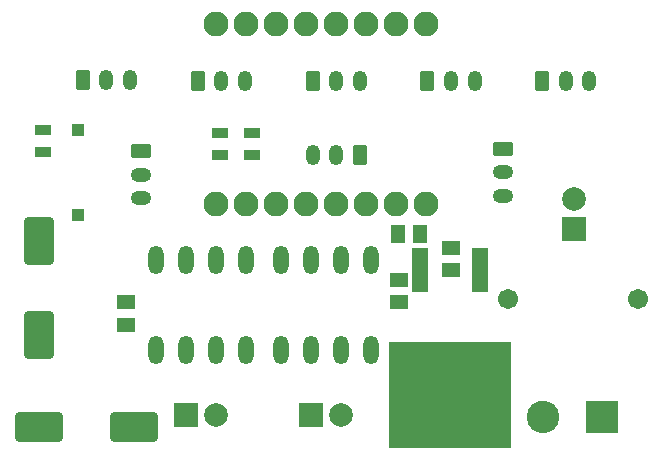
<source format=gbr>
%TF.GenerationSoftware,KiCad,Pcbnew,8.0.3*%
%TF.CreationDate,2025-04-18T12:15:05-03:00*%
%TF.ProjectId,mini,6d696e69-2e6b-4696-9361-645f70636258,rev?*%
%TF.SameCoordinates,Original*%
%TF.FileFunction,Soldermask,Top*%
%TF.FilePolarity,Negative*%
%FSLAX46Y46*%
G04 Gerber Fmt 4.6, Leading zero omitted, Abs format (unit mm)*
G04 Created by KiCad (PCBNEW 8.0.3) date 2025-04-18 12:15:05*
%MOMM*%
%LPD*%
G01*
G04 APERTURE LIST*
G04 Aperture macros list*
%AMRoundRect*
0 Rectangle with rounded corners*
0 $1 Rounding radius*
0 $2 $3 $4 $5 $6 $7 $8 $9 X,Y pos of 4 corners*
0 Add a 4 corners polygon primitive as box body*
4,1,4,$2,$3,$4,$5,$6,$7,$8,$9,$2,$3,0*
0 Add four circle primitives for the rounded corners*
1,1,$1+$1,$2,$3*
1,1,$1+$1,$4,$5*
1,1,$1+$1,$6,$7*
1,1,$1+$1,$8,$9*
0 Add four rect primitives between the rounded corners*
20,1,$1+$1,$2,$3,$4,$5,0*
20,1,$1+$1,$4,$5,$6,$7,0*
20,1,$1+$1,$6,$7,$8,$9,0*
20,1,$1+$1,$8,$9,$2,$3,0*%
G04 Aperture macros list end*
%ADD10R,2.000000X2.000000*%
%ADD11C,2.000000*%
%ADD12RoundRect,0.050000X0.650000X1.850000X-0.650000X1.850000X-0.650000X-1.850000X0.650000X-1.850000X0*%
%ADD13RoundRect,0.050000X5.150000X4.450000X-5.150000X4.450000X-5.150000X-4.450000X5.150000X-4.450000X0*%
%ADD14RoundRect,0.250000X1.000000X-1.750000X1.000000X1.750000X-1.000000X1.750000X-1.000000X-1.750000X0*%
%ADD15RoundRect,0.250000X-0.350000X-0.625000X0.350000X-0.625000X0.350000X0.625000X-0.350000X0.625000X0*%
%ADD16O,1.200000X1.750000*%
%ADD17R,1.397000X0.889000*%
%ADD18RoundRect,0.250000X-0.625000X0.350000X-0.625000X-0.350000X0.625000X-0.350000X0.625000X0.350000X0*%
%ADD19O,1.750000X1.200000*%
%ADD20C,2.109000*%
%ADD21RoundRect,0.250000X0.350000X0.625000X-0.350000X0.625000X-0.350000X-0.625000X0.350000X-0.625000X0*%
%ADD22R,1.000760X1.000760*%
%ADD23R,1.498600X1.300480*%
%ADD24O,1.312000X2.420000*%
%ADD25R,1.300480X1.498600*%
%ADD26RoundRect,0.250000X-1.750000X-1.000000X1.750000X-1.000000X1.750000X1.000000X-1.750000X1.000000X0*%
%ADD27C,2.754000*%
%ADD28RoundRect,0.102000X1.275000X1.275000X-1.275000X1.275000X-1.275000X-1.275000X1.275000X-1.275000X0*%
%ADD29C,1.712000*%
G04 APERTURE END LIST*
D10*
%TO.C,J12*%
X173240000Y-52385000D03*
D11*
X173240000Y-49845000D03*
%TD*%
D12*
%TO.C,U1*%
X165340000Y-55885000D03*
D13*
X162800000Y-66435000D03*
D12*
X160260000Y-55885000D03*
%TD*%
D14*
%TO.C,C3*%
X128000000Y-61400000D03*
X128000000Y-53400000D03*
%TD*%
D15*
%TO.C,J4*%
X151120000Y-39850000D03*
D16*
X153120000Y-39850000D03*
X155120000Y-39850000D03*
%TD*%
D17*
%TO.C,R3*%
X143249970Y-46152500D03*
X143249970Y-44247500D03*
%TD*%
D18*
%TO.C,J2*%
X136600000Y-45800000D03*
D19*
X136600000Y-47800000D03*
X136600000Y-49800000D03*
%TD*%
D10*
%TO.C,J10*%
X150970000Y-68126250D03*
D11*
X153510000Y-68126250D03*
%TD*%
D15*
%TO.C,J6*%
X160845000Y-39850000D03*
D16*
X162845000Y-39850000D03*
X164845000Y-39850000D03*
%TD*%
D20*
%TO.C,U3*%
X142965000Y-50240000D03*
X145505000Y-50240000D03*
X148045000Y-50240000D03*
X150585000Y-50240000D03*
X155665000Y-50240000D03*
X153125000Y-50240000D03*
X160745000Y-35000000D03*
X160745000Y-50240000D03*
X158205000Y-35000000D03*
X155665000Y-35000000D03*
X153125000Y-35000000D03*
X150585000Y-35000000D03*
X148045000Y-35000000D03*
X145505000Y-35000000D03*
X142965000Y-35000000D03*
X158205000Y-50240000D03*
%TD*%
D21*
%TO.C,J5*%
X155125000Y-46150000D03*
D16*
X153125000Y-46150000D03*
X151125000Y-46150000D03*
%TD*%
D22*
%TO.C,SW2*%
X131225000Y-51173360D03*
X131225000Y-43975000D03*
%TD*%
D17*
%TO.C,R2*%
X146000030Y-44247500D03*
X146000030Y-46152500D03*
%TD*%
%TO.C,R1*%
X128320000Y-43975000D03*
X128320000Y-45880000D03*
%TD*%
D23*
%TO.C,C4*%
X158460000Y-58582500D03*
X158460000Y-56677500D03*
%TD*%
D24*
%TO.C,U4*%
X145505000Y-55009000D03*
X142965000Y-55009000D03*
X140425000Y-55009000D03*
X137885000Y-55009000D03*
X137885000Y-62629000D03*
X140425000Y-62629000D03*
X142965000Y-62629000D03*
X145505000Y-62629000D03*
%TD*%
D15*
%TO.C,J3*%
X131670000Y-39800000D03*
D16*
X133670000Y-39800000D03*
X135670000Y-39800000D03*
%TD*%
D15*
%TO.C,J1*%
X141395000Y-39850000D03*
D16*
X143395000Y-39850000D03*
X145395000Y-39850000D03*
%TD*%
D23*
%TO.C,C1*%
X162820000Y-55885000D03*
X162820000Y-53980000D03*
%TD*%
%TO.C,C6*%
X135290000Y-58582500D03*
X135290000Y-60487500D03*
%TD*%
D18*
%TO.C,J7*%
X167250000Y-45600000D03*
D19*
X167250000Y-47600000D03*
X167250000Y-49600000D03*
%TD*%
D15*
%TO.C,J8*%
X170570000Y-39850000D03*
D16*
X172570000Y-39850000D03*
X174570000Y-39850000D03*
%TD*%
D10*
%TO.C,J11*%
X140415000Y-68120000D03*
D11*
X142955000Y-68120000D03*
%TD*%
D25*
%TO.C,C2*%
X160260000Y-52810000D03*
X158355000Y-52810000D03*
%TD*%
D26*
%TO.C,C5*%
X128000000Y-69130000D03*
X136000000Y-69130000D03*
%TD*%
D24*
%TO.C,U2*%
X156050000Y-55009000D03*
X153510000Y-55009000D03*
X150970000Y-55009000D03*
X148430000Y-55009000D03*
X148430000Y-62629000D03*
X150970000Y-62629000D03*
X153510000Y-62629000D03*
X156050000Y-62629000D03*
%TD*%
D27*
%TO.C,J13*%
X170660000Y-68310000D03*
D28*
X175660000Y-68310000D03*
D29*
X167660000Y-58310000D03*
X178660000Y-58310000D03*
%TD*%
M02*

</source>
